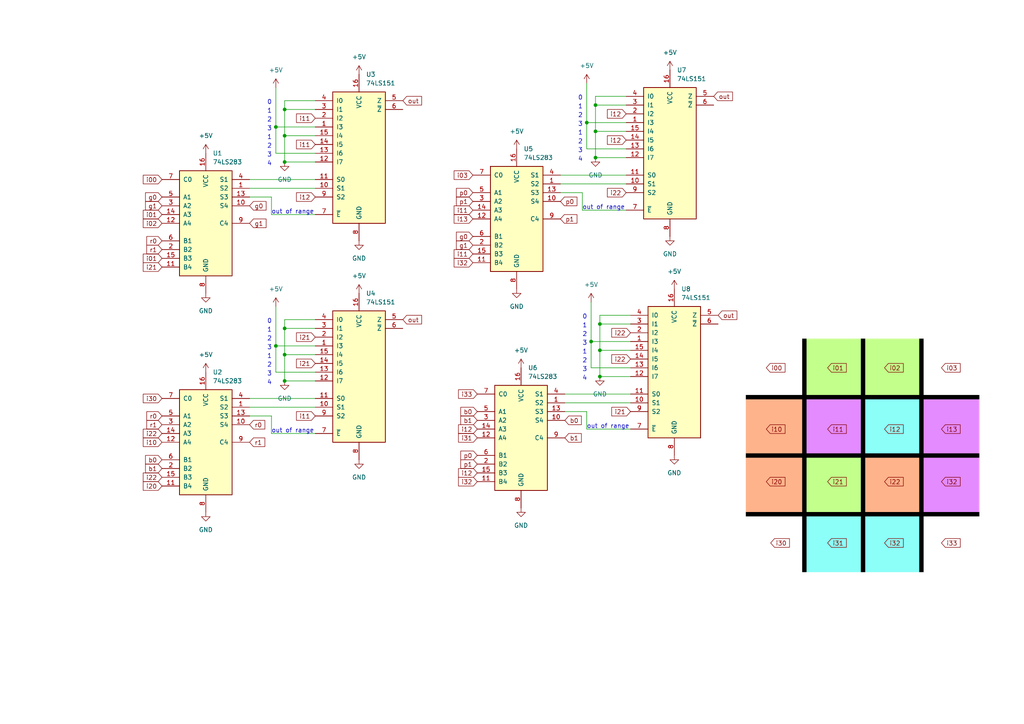
<source format=kicad_sch>
(kicad_sch (version 20211123) (generator eeschema)
  (paper "A4")
  (lib_symbols
    (symbol "74xx:74LS151" (pin_names (offset 1.016))
      (property "Reference" "U" (at -7.62 19.05 0))
      (property "Value" "74LS151" (at -7.62 -21.59 0))
      (symbol "74LS151_1_0"
        (pin input line (at -12.7 7.62 0) (length 5.08) (name "I3") (number "1"))
        (pin input line (at -12.7 -10.16 0) (length 5.08) (name "S1") (number "10"))
        (pin input line (at -12.7 -7.62 0) (length 5.08) (name "S0") (number "11"))
        (pin input line (at -12.7 -2.54 0) (length 5.08) (name "I7") (number "12"))
        (pin input line (at -12.7 0 0) (length 5.08) (name "I6") (number "13"))
        (pin input line (at -12.7 2.54 0) (length 5.08) (name "I5") (number "14"))
        (pin input line (at -12.7 5.08 0) (length 5.08) (name "I4") (number "15"))
        (pin power_in line (at 0 22.86 270) (length 5.08) (name "VCC") (number "16"))
        (pin input line (at -12.7 10.16 0) (length 5.08) (name "I2") (number "2"))
        (pin input line (at -12.7 12.7 0) (length 5.08) (name "I1") (number "3"))
        (pin input line (at -12.7 15.24 0) (length 5.08) (name "I0") (number "4"))
        (pin output line (at 12.7 15.24 180) (length 5.08) (name "Z") (number "5"))
        (pin output line (at 12.7 12.7 180) (length 5.08) (name "~{Z}") (number "6"))
        (pin input line (at -12.7 -17.78 0) (length 5.08) (name "~{E}") (number "7"))
        (pin power_in line (at 0 -25.4 90) (length 5.08) (name "GND") (number "8"))
        (pin input line (at -12.7 -12.7 0) (length 5.08) (name "S2") (number "9"))
      )
      (symbol "74LS151_1_1"
        (rectangle (start -7.62 17.78) (end 7.62 -20.32) (stroke (width 0.254)) (fill (type background)))
      )
    )
    (symbol "74xx:74LS283" (pin_names (offset 1.016))
      (property "Reference" "U" (at -7.62 16.51 0))
      (property "Value" "74LS283" (at -7.62 -16.51 0))
      (symbol "74LS283_1_0"
        (pin output line (at 12.7 10.16 180) (length 5.08) (name "S2") (number "1"))
        (pin output line (at 12.7 5.08 180) (length 5.08) (name "S4") (number "10"))
        (pin input line (at -12.7 -12.7 0) (length 5.08) (name "B4") (number "11"))
        (pin input line (at -12.7 0 0) (length 5.08) (name "A4") (number "12"))
        (pin output line (at 12.7 7.62 180) (length 5.08) (name "S3") (number "13"))
        (pin input line (at -12.7 2.54 0) (length 5.08) (name "A3") (number "14"))
        (pin input line (at -12.7 -10.16 0) (length 5.08) (name "B3") (number "15"))
        (pin power_in line (at 0 20.32 270) (length 5.08) (name "VCC") (number "16"))
        (pin input line (at -12.7 -7.62 0) (length 5.08) (name "B2") (number "2"))
        (pin input line (at -12.7 5.08 0) (length 5.08) (name "A2") (number "3"))
        (pin output line (at 12.7 12.7 180) (length 5.08) (name "S1") (number "4"))
        (pin input line (at -12.7 7.62 0) (length 5.08) (name "A1") (number "5"))
        (pin input line (at -12.7 -5.08 0) (length 5.08) (name "B1") (number "6"))
        (pin input line (at -12.7 12.7 0) (length 5.08) (name "C0") (number "7"))
        (pin power_in line (at 0 -20.32 90) (length 5.08) (name "GND") (number "8"))
        (pin output line (at 12.7 0 180) (length 5.08) (name "C4") (number "9"))
      )
      (symbol "74LS283_1_1"
        (rectangle (start -7.62 15.24) (end 7.62 -15.24) (stroke (width 0.254)) (fill (type background)))
      )
    )
    (symbol "power:+5V" (power) (pin_names (offset 0))
      (property "Value" "+5V" (at 0 3.556 0))
      (symbol "+5V_0_1"
        (polyline (pts (xy -0.762 1.27) (xy 0 2.54)))
        (polyline (pts (xy 0 0) (xy 0 2.54)))
        (polyline (pts (xy 0 2.54) (xy 0.762 1.27)))
      )
      (symbol "+5V_1_1"
        (pin power_in line (at 0 0 90) (length 0) hide (name "+5V") (number "1"))
      )
    )
    (symbol "power:GND" (power) (pin_names (offset 0))
      (property "Value" "GND" (at 0 -3.81 0))
      (symbol "GND_0_1"
        (polyline (pts (xy 0 0) (xy 0 -1.27) (xy 1.27 -1.27) (xy 0 -2.54) (xy -1.27 -1.27) (xy 0 -1.27)))
      )
      (symbol "GND_1_1"
        (pin power_in line (at 0 0 270) (length 0) hide (name "GND") (number "1"))
      )
    )
  )
  (junction (at 172.72 30.48))
  (junction (at 80.01 100.33))
  (junction (at 172.72 38.1))
  (junction (at 171.45 99.06))
  (junction (at 82.55 110.49))
  (junction (at 82.55 39.37))
  (junction (at 82.55 102.87))
  (junction (at 172.72 45.72))
  (junction (at 82.55 31.75))
  (junction (at 82.55 46.99))
  (junction (at 80.01 36.83))
  (junction (at 173.99 101.6))
  (junction (at 173.99 93.98))
  (junction (at 170.18 35.56))
  (junction (at 82.55 95.25))
  (junction (at 173.99 109.22))
  (wire (pts (xy 82.55 29.21) (xy 82.55 31.75)))
  (wire (pts (xy 80.01 100.33) (xy 80.01 107.95)))
  (wire (pts (xy 78.74 62.23) (xy 91.44 62.23)))
  (wire (pts (xy 170.18 119.38) (xy 163.83 119.38)))
  (wire (pts (xy 80.01 88.9) (xy 80.01 100.33)))
  (wire (pts (xy 78.74 57.15) (xy 78.74 62.23)))
  (wire (pts (xy 91.44 107.95) (xy 80.01 107.95)))
  (wire (pts (xy 72.39 115.57) (xy 91.44 115.57)))
  (wire (pts (xy 171.45 99.06) (xy 182.88 99.06)))
  (wire (pts (xy 163.83 116.84) (xy 182.88 116.84)))
  (wire (pts (xy 172.72 30.48) (xy 172.72 38.1)))
  (wire (pts (xy 82.55 95.25) (xy 82.55 102.87)))
  (wire (pts (xy 168.91 55.88) (xy 168.91 60.96)))
  (wire (pts (xy 82.55 102.87) (xy 82.55 110.49)))
  (wire (pts (xy 182.88 106.68) (xy 171.45 106.68)))
  (wire (pts (xy 82.55 31.75) (xy 82.55 39.37)))
  (wire (pts (xy 82.55 92.71) (xy 82.55 95.25)))
  (wire (pts (xy 172.72 38.1) (xy 181.61 38.1)))
  (wire (pts (xy 78.74 57.15) (xy 72.39 57.15)))
  (wire (pts (xy 172.72 27.94) (xy 181.61 27.94)))
  (wire (pts (xy 170.18 35.56) (xy 181.61 35.56)))
  (wire (pts (xy 162.56 50.8) (xy 181.61 50.8)))
  (wire (pts (xy 82.55 31.75) (xy 91.44 31.75)))
  (wire (pts (xy 72.39 54.61) (xy 91.44 54.61)))
  (wire (pts (xy 82.55 92.71) (xy 91.44 92.71)))
  (wire (pts (xy 181.61 43.18) (xy 170.18 43.18)))
  (wire (pts (xy 162.56 53.34) (xy 181.61 53.34)))
  (wire (pts (xy 172.72 45.72) (xy 181.61 45.72)))
  (wire (pts (xy 173.99 93.98) (xy 173.99 101.6)))
  (wire (pts (xy 78.74 120.65) (xy 78.74 125.73)))
  (wire (pts (xy 170.18 24.13) (xy 170.18 35.56)))
  (wire (pts (xy 173.99 101.6) (xy 173.99 109.22)))
  (wire (pts (xy 80.01 36.83) (xy 91.44 36.83)))
  (wire (pts (xy 168.91 60.96) (xy 181.61 60.96)))
  (wire (pts (xy 173.99 91.44) (xy 182.88 91.44)))
  (wire (pts (xy 82.55 29.21) (xy 91.44 29.21)))
  (wire (pts (xy 80.01 25.4) (xy 80.01 36.83)))
  (wire (pts (xy 173.99 101.6) (xy 182.88 101.6)))
  (wire (pts (xy 170.18 35.56) (xy 170.18 43.18)))
  (wire (pts (xy 82.55 39.37) (xy 91.44 39.37)))
  (wire (pts (xy 173.99 93.98) (xy 182.88 93.98)))
  (wire (pts (xy 91.44 44.45) (xy 80.01 44.45)))
  (wire (pts (xy 82.55 95.25) (xy 91.44 95.25)))
  (wire (pts (xy 173.99 109.22) (xy 182.88 109.22)))
  (wire (pts (xy 172.72 38.1) (xy 172.72 45.72)))
  (wire (pts (xy 172.72 27.94) (xy 172.72 30.48)))
  (wire (pts (xy 170.18 124.46) (xy 182.88 124.46)))
  (wire (pts (xy 82.55 102.87) (xy 91.44 102.87)))
  (wire (pts (xy 172.72 30.48) (xy 181.61 30.48)))
  (wire (pts (xy 171.45 99.06) (xy 171.45 106.68)))
  (wire (pts (xy 82.55 39.37) (xy 82.55 46.99)))
  (wire (pts (xy 173.99 91.44) (xy 173.99 93.98)))
  (wire (pts (xy 170.18 119.38) (xy 170.18 124.46)))
  (wire (pts (xy 72.39 118.11) (xy 91.44 118.11)))
  (wire (pts (xy 72.39 52.07) (xy 91.44 52.07)))
  (wire (pts (xy 78.74 120.65) (xy 72.39 120.65)))
  (wire (pts (xy 78.74 125.73) (xy 91.44 125.73)))
  (wire (pts (xy 80.01 36.83) (xy 80.01 44.45)))
  (wire (pts (xy 80.01 100.33) (xy 91.44 100.33)))
  (wire (pts (xy 82.55 46.99) (xy 91.44 46.99)))
  (wire (pts (xy 168.91 55.88) (xy 162.56 55.88)))
  (wire (pts (xy 171.45 87.63) (xy 171.45 99.06)))
  (wire (pts (xy 163.83 114.3) (xy 182.88 114.3)))
  (wire (pts (xy 82.55 110.49) (xy 91.44 110.49)))
  (image (at 250.19 132.08))
  (text "2" (at 77.47 35.56 0) (effects (font (size 1.27 1.27)) (justify left bottom)))
  (text "2" (at 167.64 41.91 0) (effects (font (size 1.27 1.27)) (justify left bottom)))
  (text "2" (at 77.47 99.06 0) (effects (font (size 1.27 1.27)) (justify left bottom)))
  (text "1" (at 77.47 104.14 0) (effects (font (size 1.27 1.27)) (justify left bottom)))
  (text "1" (at 77.47 96.52 0) (effects (font (size 1.27 1.27)) (justify left bottom)))
  (text "2" (at 168.91 97.79 0) (effects (font (size 1.27 1.27)) (justify left bottom)))
  (text "2" (at 77.47 106.68 0) (effects (font (size 1.27 1.27)) (justify left bottom)))
  (text "out of range" (at 168.91 60.96 0) (effects (font (size 1.27 1.27)) (justify left bottom)))
  (text "0" (at 77.47 93.98 0) (effects (font (size 1.27 1.27)) (justify left bottom)))
  (text "3" (at 168.91 100.33 0) (effects (font (size 1.27 1.27)) (justify left bottom)))
  (text "3" (at 167.64 44.45 0) (effects (font (size 1.27 1.27)) (justify left bottom)))
  (text "3" (at 77.47 38.1 0) (effects (font (size 1.27 1.27)) (justify left bottom)))
  (text "3" (at 77.47 101.6 0) (effects (font (size 1.27 1.27)) (justify left bottom)))
  (text "0" (at 168.91 92.71 0) (effects (font (size 1.27 1.27)) (justify left bottom)))
  (text "1" (at 77.47 40.64 0) (effects (font (size 1.27 1.27)) (justify left bottom)))
  (text "3" (at 77.47 109.22 0) (effects (font (size 1.27 1.27)) (justify left bottom)))
  (text "0" (at 77.47 30.48 0) (effects (font (size 1.27 1.27)) (justify left bottom)))
  (text "4" (at 167.64 46.99 0) (effects (font (size 1.27 1.27)) (justify left bottom)))
  (text "1" (at 167.64 31.75 0) (effects (font (size 1.27 1.27)) (justify left bottom)))
  (text "out of range" (at 170.18 124.46 0) (effects (font (size 1.27 1.27)) (justify left bottom)))
  (text "1" (at 168.91 102.87 0) (effects (font (size 1.27 1.27)) (justify left bottom)))
  (text "3" (at 168.91 107.95 0) (effects (font (size 1.27 1.27)) (justify left bottom)))
  (text "4" (at 77.47 48.26 0) (effects (font (size 1.27 1.27)) (justify left bottom)))
  (text "2" (at 168.91 105.41 0) (effects (font (size 1.27 1.27)) (justify left bottom)))
  (text "1" (at 168.91 95.25 0) (effects (font (size 1.27 1.27)) (justify left bottom)))
  (text "1" (at 167.64 39.37 0) (effects (font (size 1.27 1.27)) (justify left bottom)))
  (text "2" (at 77.47 43.18 0) (effects (font (size 1.27 1.27)) (justify left bottom)))
  (text "1" (at 77.47 33.02 0) (effects (font (size 1.27 1.27)) (justify left bottom)))
  (text "3" (at 77.47 45.72 0) (effects (font (size 1.27 1.27)) (justify left bottom)))
  (text "4" (at 77.47 111.76 0) (effects (font (size 1.27 1.27)) (justify left bottom)))
  (text "2" (at 167.64 34.29 0) (effects (font (size 1.27 1.27)) (justify left bottom)))
  (text "4" (at 168.91 110.49 0) (effects (font (size 1.27 1.27)) (justify left bottom)))
  (text "out of range" (at 78.74 62.23 0) (effects (font (size 1.27 1.27)) (justify left bottom)))
  (text "3" (at 167.64 36.83 0) (effects (font (size 1.27 1.27)) (justify left bottom)))
  (text "out of range" (at 78.74 125.73 0) (effects (font (size 1.27 1.27)) (justify left bottom)))
  (text "0" (at 167.64 29.21 0) (effects (font (size 1.27 1.27)) (justify left bottom)))
  (global_label "r0" (shape input) (at 72.39 123.19 0) (property "Intersheet References" "${INTERSHEET_REFS}" (effects hide)))
  (global_label "i21" (shape input) (at 91.44 105.41 180) (property "Intersheet References" "${INTERSHEET_REFS}" (effects hide)))
  (global_label "p0" (shape input) (at 137.16 55.88 180) (property "Intersheet References" "${INTERSHEET_REFS}" (effects hide)))
  (global_label "g1" (shape input) (at 72.39 64.77 0) (property "Intersheet References" "${INTERSHEET_REFS}" (effects hide)))
  (global_label "i21" (shape input) (at 240.03 139.7 0) (property "Intersheet References" "${INTERSHEET_REFS}" (effects hide)))
  (global_label "p0" (shape input) (at 162.56 58.42 0) (property "Intersheet References" "${INTERSHEET_REFS}" (effects hide)))
  (global_label "r1" (shape input) (at 46.99 72.39 180) (property "Intersheet References" "${INTERSHEET_REFS}" (effects hide)))
  (global_label "g0" (shape input) (at 46.99 57.15 180) (property "Intersheet References" "${INTERSHEET_REFS}" (effects hide)))
  (global_label "i21" (shape input) (at 46.99 77.47 180) (property "Intersheet References" "${INTERSHEET_REFS}" (effects hide)))
  (global_label "i03" (shape input) (at 137.16 50.8 180) (property "Intersheet References" "${INTERSHEET_REFS}" (effects hide)))
  (global_label "i10" (shape input) (at 222.25 124.46 0) (property "Intersheet References" "${INTERSHEET_REFS}" (effects hide)))
  (global_label "p1" (shape input) (at 162.56 63.5 0) (property "Intersheet References" "${INTERSHEET_REFS}" (effects hide)))
  (global_label "i21" (shape input) (at 91.44 97.79 180) (property "Intersheet References" "${INTERSHEET_REFS}" (effects hide)))
  (global_label "i30" (shape input) (at 46.99 115.57 180) (property "Intersheet References" "${INTERSHEET_REFS}" (effects hide)))
  (global_label "i00" (shape input) (at 46.99 52.07 180) (property "Intersheet References" "${INTERSHEET_REFS}" (effects hide)))
  (global_label "i11" (shape input) (at 137.16 60.96 180) (property "Intersheet References" "${INTERSHEET_REFS}" (effects hide)))
  (global_label "i22" (shape input) (at 182.88 104.14 180) (property "Intersheet References" "${INTERSHEET_REFS}" (effects hide)))
  (global_label "i22" (shape input) (at 256.54 139.7 0) (property "Intersheet References" "${INTERSHEET_REFS}" (effects hide)))
  (global_label "p1" (shape input) (at 137.16 58.42 180) (property "Intersheet References" "${INTERSHEET_REFS}" (effects hide)))
  (global_label "i33" (shape input) (at 273.05 157.48 0) (property "Intersheet References" "${INTERSHEET_REFS}" (effects hide)))
  (global_label "i31" (shape input) (at 240.03 157.48 0) (property "Intersheet References" "${INTERSHEET_REFS}" (effects hide)))
  (global_label "out" (shape input) (at 116.84 92.71 0) (property "Intersheet References" "${INTERSHEET_REFS}" (effects hide)))
  (global_label "i12" (shape input) (at 181.61 40.64 180) (property "Intersheet References" "${INTERSHEET_REFS}" (effects hide)))
  (global_label "i12" (shape input) (at 256.54 124.46 0) (property "Intersheet References" "${INTERSHEET_REFS}" (effects hide)))
  (global_label "r1" (shape input) (at 72.39 128.27 0) (property "Intersheet References" "${INTERSHEET_REFS}" (effects hide)))
  (global_label "i01" (shape input) (at 240.03 106.68 0) (property "Intersheet References" "${INTERSHEET_REFS}" (effects hide)))
  (global_label "r1" (shape input) (at 46.99 123.19 180) (property "Intersheet References" "${INTERSHEET_REFS}" (effects hide)))
  (global_label "i12" (shape input) (at 181.61 33.02 180) (property "Intersheet References" "${INTERSHEET_REFS}" (effects hide)))
  (global_label "p0" (shape input) (at 138.43 132.08 180) (property "Intersheet References" "${INTERSHEET_REFS}" (effects hide)))
  (global_label "i12" (shape input) (at 91.44 57.15 180) (property "Intersheet References" "${INTERSHEET_REFS}" (effects hide)))
  (global_label "i32" (shape input) (at 256.54 157.48 0) (property "Intersheet References" "${INTERSHEET_REFS}" (effects hide)))
  (global_label "i20" (shape input) (at 222.25 139.7 0) (property "Intersheet References" "${INTERSHEET_REFS}" (effects hide)))
  (global_label "out" (shape input) (at 116.84 29.21 0) (property "Intersheet References" "${INTERSHEET_REFS}" (effects hide)))
  (global_label "i12" (shape input) (at 138.43 137.16 180) (property "Intersheet References" "${INTERSHEET_REFS}" (effects hide)))
  (global_label "g0" (shape input) (at 137.16 68.58 180) (property "Intersheet References" "${INTERSHEET_REFS}" (effects hide)))
  (global_label "i31" (shape input) (at 138.43 127 180) (property "Intersheet References" "${INTERSHEET_REFS}" (effects hide)))
  (global_label "b1" (shape input) (at 46.99 135.89 180) (property "Intersheet References" "${INTERSHEET_REFS}" (effects hide)))
  (global_label "i00" (shape input) (at 222.25 106.68 0) (property "Intersheet References" "${INTERSHEET_REFS}" (effects hide)))
  (global_label "i11" (shape input) (at 91.44 120.65 180) (property "Intersheet References" "${INTERSHEET_REFS}" (effects hide)))
  (global_label "i22" (shape input) (at 46.99 138.43 180) (property "Intersheet References" "${INTERSHEET_REFS}" (effects hide)))
  (global_label "out" (shape input) (at 207.01 27.94 0) (property "Intersheet References" "${INTERSHEET_REFS}" (effects hide)))
  (global_label "i30" (shape input) (at 223.52 157.48 0) (property "Intersheet References" "${INTERSHEET_REFS}" (effects hide)))
  (global_label "i03" (shape input) (at 273.05 106.68 0) (property "Intersheet References" "${INTERSHEET_REFS}" (effects hide)))
  (global_label "i01" (shape input) (at 46.99 62.23 180) (property "Intersheet References" "${INTERSHEET_REFS}" (effects hide)))
  (global_label "g0" (shape input) (at 72.39 59.69 0) (property "Intersheet References" "${INTERSHEET_REFS}" (effects hide)))
  (global_label "b0" (shape input) (at 138.43 119.38 180) (property "Intersheet References" "${INTERSHEET_REFS}" (effects hide)))
  (global_label "i32" (shape input) (at 138.43 139.7 180) (property "Intersheet References" "${INTERSHEET_REFS}" (effects hide)))
  (global_label "b0" (shape input) (at 46.99 133.35 180) (property "Intersheet References" "${INTERSHEET_REFS}" (effects hide)))
  (global_label "i01" (shape input) (at 46.99 74.93 180) (property "Intersheet References" "${INTERSHEET_REFS}" (effects hide)))
  (global_label "i11" (shape input) (at 240.03 124.46 0) (property "Intersheet References" "${INTERSHEET_REFS}" (effects hide)))
  (global_label "i10" (shape input) (at 46.99 128.27 180) (property "Intersheet References" "${INTERSHEET_REFS}" (effects hide)))
  (global_label "i11" (shape input) (at 91.44 41.91 180) (property "Intersheet References" "${INTERSHEET_REFS}" (effects hide)))
  (global_label "i21" (shape input) (at 182.88 119.38 180) (property "Intersheet References" "${INTERSHEET_REFS}" (effects hide)))
  (global_label "r0" (shape input) (at 46.99 120.65 180) (property "Intersheet References" "${INTERSHEET_REFS}" (effects hide)))
  (global_label "r0" (shape input) (at 46.99 69.85 180) (property "Intersheet References" "${INTERSHEET_REFS}" (effects hide)))
  (global_label "i32" (shape input) (at 137.16 76.2 180) (property "Intersheet References" "${INTERSHEET_REFS}" (effects hide)))
  (global_label "i33" (shape input) (at 138.43 114.3 180) (property "Intersheet References" "${INTERSHEET_REFS}" (effects hide)))
  (global_label "p1" (shape input) (at 138.43 134.62 180) (property "Intersheet References" "${INTERSHEET_REFS}" (effects hide)))
  (global_label "i22" (shape input) (at 181.61 55.88 180) (property "Intersheet References" "${INTERSHEET_REFS}" (effects hide)))
  (global_label "g1" (shape input) (at 46.99 59.69 180) (property "Intersheet References" "${INTERSHEET_REFS}" (effects hide)))
  (global_label "i02" (shape input) (at 256.54 106.68 0) (property "Intersheet References" "${INTERSHEET_REFS}" (effects hide)))
  (global_label "i13" (shape input) (at 137.16 63.5 180) (property "Intersheet References" "${INTERSHEET_REFS}" (effects hide)))
  (global_label "i13" (shape input) (at 273.05 124.46 0) (property "Intersheet References" "${INTERSHEET_REFS}" (effects hide)))
  (global_label "i11" (shape input) (at 91.44 34.29 180) (property "Intersheet References" "${INTERSHEET_REFS}" (effects hide)))
  (global_label "i12" (shape input) (at 138.43 124.46 180) (property "Intersheet References" "${INTERSHEET_REFS}" (effects hide)))
  (global_label "out" (shape input) (at 208.28 91.44 0) (property "Intersheet References" "${INTERSHEET_REFS}" (effects hide)))
  (global_label "b1" (shape input) (at 163.83 127 0) (property "Intersheet References" "${INTERSHEET_REFS}" (effects hide)))
  (global_label "i22" (shape input) (at 46.99 125.73 180) (property "Intersheet References" "${INTERSHEET_REFS}" (effects hide)))
  (global_label "g1" (shape input) (at 137.16 71.12 180) (property "Intersheet References" "${INTERSHEET_REFS}" (effects hide)))
  (global_label "b0" (shape input) (at 163.83 121.92 0) (property "Intersheet References" "${INTERSHEET_REFS}" (effects hide)))
  (global_label "i32" (shape input) (at 273.05 139.7 0) (property "Intersheet References" "${INTERSHEET_REFS}" (effects hide)))
  (global_label "i20" (shape input) (at 46.99 140.97 180) (property "Intersheet References" "${INTERSHEET_REFS}" (effects hide)))
  (global_label "i02" (shape input) (at 46.99 64.77 180) (property "Intersheet References" "${INTERSHEET_REFS}" (effects hide)))
  (global_label "i22" (shape input) (at 182.88 96.52 180) (property "Intersheet References" "${INTERSHEET_REFS}" (effects hide)))
  (global_label "b1" (shape input) (at 138.43 121.92 180) (property "Intersheet References" "${INTERSHEET_REFS}" (effects hide)))
  (global_label "i11" (shape input) (at 137.16 73.66 180) (property "Intersheet References" "${INTERSHEET_REFS}" (effects hide)))
  (symbol (lib_id "power:+5V") (at 80.01 25.4 0) (unit 1)
    (property "Reference" "#PWR0106" (effects hide))
    (property "Value" "+5V" (at 80.01 20.32 0))
  )
  (symbol (lib_id "74xx:74LS151") (at 195.58 106.68 0) (unit 1)
    (property "Reference" "U8" (at 197.5994 83.82 0) (effects (justify left)))
    (property "Value" "74LS151" (at 197.5994 86.36 0) (effects (justify left)))
    (property "Datasheet" "http://www.ti.com/lit/gpn/sn74LS151" (effects hide))
  )
  (symbol (lib_id "74xx:74LS151") (at 194.31 43.18 0) (unit 1)
    (property "Reference" "U7" (at 196.3294 20.32 0) (effects (justify left)))
    (property "Value" "74LS151" (at 196.3294 22.86 0) (effects (justify left)))
    (property "Datasheet" "http://www.ti.com/lit/gpn/sn74LS151" (effects hide))
  )
  (symbol (lib_id "power:+5V") (at 194.31 20.32 0) (unit 1)
    (property "Reference" "#PWR0111" (effects hide))
    (property "Value" "+5V" (at 194.31 15.24 0))
  )
  (symbol (lib_id "74xx:74LS151") (at 104.14 44.45 0) (unit 1)
    (property "Reference" "U3" (at 106.1594 21.59 0) (effects (justify left)))
    (property "Value" "74LS151" (at 106.1594 24.13 0) (effects (justify left)))
    (property "Datasheet" "http://www.ti.com/lit/gpn/sn74LS151" (effects hide))
  )
  (symbol (lib_id "74xx:74LS283") (at 59.69 128.27 0) (unit 1)
    (property "Reference" "U2" (at 61.7094 107.95 0) (effects (justify left)))
    (property "Value" "74LS283" (at 61.7094 110.49 0) (effects (justify left)))
    (property "Datasheet" "http://www.ti.com/lit/gpn/sn74LS283" (effects hide))
  )
  (symbol (lib_id "power:+5V") (at 59.69 107.95 0) (unit 1)
    (property "Reference" "#PWR0104" (effects hide))
    (property "Value" "+5V" (at 59.69 102.87 0))
  )
  (symbol (lib_id "power:+5V") (at 195.58 83.82 0) (unit 1)
    (property "Reference" "#PWR0113" (effects hide))
    (property "Value" "+5V" (at 195.58 78.74 0))
  )
  (symbol (lib_id "power:+5V") (at 151.13 106.68 0) (unit 1)
    (property "Reference" "#PWR0121" (effects hide))
    (property "Value" "+5V" (at 151.13 101.6 0))
  )
  (symbol (lib_id "power:GND") (at 82.55 46.99 0) (unit 1)
    (property "Reference" "#PWR0101" (effects hide))
    (property "Value" "GND" (at 82.55 52.07 0))
  )
  (symbol (lib_id "power:GND") (at 149.86 83.82 0) (unit 1)
    (property "Reference" "#PWR0122" (effects hide))
    (property "Value" "GND" (at 149.86 88.9 0))
  )
  (symbol (lib_id "power:GND") (at 59.69 85.09 0) (unit 1)
    (property "Reference" "#PWR0102" (effects hide))
    (property "Value" "GND" (at 59.69 90.17 0))
  )
  (symbol (lib_id "power:GND") (at 173.99 109.22 0) (unit 1)
    (property "Reference" "#PWR0118" (effects hide))
    (property "Value" "GND" (at 173.99 114.3 0))
  )
  (symbol (lib_id "power:GND") (at 194.31 68.58 0) (unit 1)
    (property "Reference" "#PWR0114" (effects hide))
    (property "Value" "GND" (at 194.31 73.66 0))
  )
  (symbol (lib_id "power:+5V") (at 149.86 43.18 0) (unit 1)
    (property "Reference" "#PWR0124" (effects hide))
    (property "Value" "+5V" (at 149.86 38.1 0))
  )
  (symbol (lib_id "power:+5V") (at 80.01 88.9 0) (unit 1)
    (property "Reference" "#PWR0103" (effects hide))
    (property "Value" "+5V" (at 80.01 83.82 0))
  )
  (symbol (lib_id "74xx:74LS283") (at 59.69 64.77 0) (unit 1)
    (property "Reference" "U1" (at 61.7094 44.45 0) (effects (justify left)))
    (property "Value" "74LS283" (at 61.7094 46.99 0) (effects (justify left)))
    (property "Datasheet" "http://www.ti.com/lit/gpn/sn74LS283" (effects hide))
  )
  (symbol (lib_id "power:+5V") (at 171.45 87.63 0) (unit 1)
    (property "Reference" "#PWR0120" (effects hide))
    (property "Value" "+5V" (at 171.45 82.55 0))
  )
  (symbol (lib_id "power:+5V") (at 170.18 24.13 0) (unit 1)
    (property "Reference" "#PWR0112" (effects hide))
    (property "Value" "+5V" (at 170.18 19.05 0))
  )
  (symbol (lib_id "power:+5V") (at 59.69 44.45 0) (unit 1)
    (property "Reference" "#PWR0107" (effects hide))
    (property "Value" "+5V" (at 59.69 39.37 0))
  )
  (symbol (lib_id "74xx:74LS283") (at 149.86 63.5 0) (unit 1)
    (property "Reference" "U5" (at 151.8794 43.18 0) (effects (justify left)))
    (property "Value" "74LS283" (at 151.8794 45.72 0) (effects (justify left)))
    (property "Datasheet" "http://www.ti.com/lit/gpn/sn74LS283" (effects hide))
  )
  (symbol (lib_id "74xx:74LS283") (at 151.13 127 0) (unit 1)
    (property "Reference" "U6" (at 153.1494 106.68 0) (effects (justify left)))
    (property "Value" "74LS283" (at 153.1494 109.22 0) (effects (justify left)))
    (property "Datasheet" "http://www.ti.com/lit/gpn/sn74LS283" (effects hide))
  )
  (symbol (lib_id "power:GND") (at 172.72 45.72 0) (unit 1)
    (property "Reference" "#PWR0110" (effects hide))
    (property "Value" "GND" (at 172.72 50.8 0))
  )
  (symbol (lib_id "power:GND") (at 82.55 110.49 0) (unit 1)
    (property "Reference" "#PWR0115" (effects hide))
    (property "Value" "GND" (at 82.55 115.57 0))
  )
  (symbol (lib_id "power:GND") (at 59.69 148.59 0) (unit 1)
    (property "Reference" "#PWR0117" (effects hide))
    (property "Value" "GND" (at 59.69 153.67 0))
  )
  (symbol (lib_id "power:GND") (at 151.13 147.32 0) (unit 1)
    (property "Reference" "#PWR0123" (effects hide))
    (property "Value" "GND" (at 151.13 152.4 0))
  )
  (symbol (lib_id "power:+5V") (at 104.14 85.09 0) (unit 1)
    (property "Reference" "#PWR0109" (effects hide))
    (property "Value" "+5V" (at 104.14 80.01 0))
  )
  (symbol (lib_id "power:+5V") (at 104.14 21.59 0) (unit 1)
    (property "Reference" "#PWR0105" (effects hide))
    (property "Value" "+5V" (at 104.14 16.51 0))
  )
  (symbol (lib_id "power:GND") (at 104.14 133.35 0) (unit 1)
    (property "Reference" "#PWR0116" (effects hide))
    (property "Value" "GND" (at 104.14 138.43 0))
  )
  (symbol (lib_id "power:GND") (at 195.58 132.08 0) (unit 1)
    (property "Reference" "#PWR0119" (effects hide))
    (property "Value" "GND" (at 195.58 137.16 0))
  )
  (symbol (lib_id "power:GND") (at 104.14 69.85 0) (unit 1)
    (property "Reference" "#PWR0108" (effects hide))
    (property "Value" "GND" (at 104.14 74.93 0))
  )
  (symbol (lib_id "74xx:74LS151") (at 104.14 107.95 0) (unit 1)
    (property "Reference" "U4" (at 106.1594 85.09 0) (effects (justify left)))
    (property "Value" "74LS151" (at 106.1594 87.63 0) (effects (justify left)))
    (property "Datasheet" "http://www.ti.com/lit/gpn/sn74LS151" (effects hide))
  )
)
</source>
